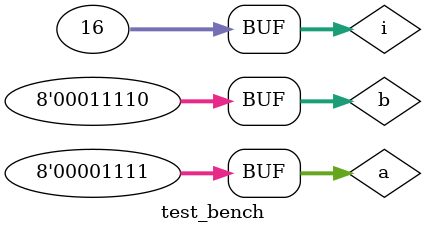
<source format=v>
`include "eight_bit_adder.v"

module test_bench;

reg [7:0] a,b;
wire [7:0] s; 
wire c_out;
integer i;



eight_bit_adder ok(a,b,s,c_out);

initial begin
    for (i = 1; i<16;i++ ) begin
        #5
        a = i;
        b = i*2;
        $display("\n");
        
        
    end
end

always @(a or b or s or c_out) begin
    
    $display("%d+%d = %d & carryout = %d",a,b,s,c_out);
    
end
  
endmodule
</source>
